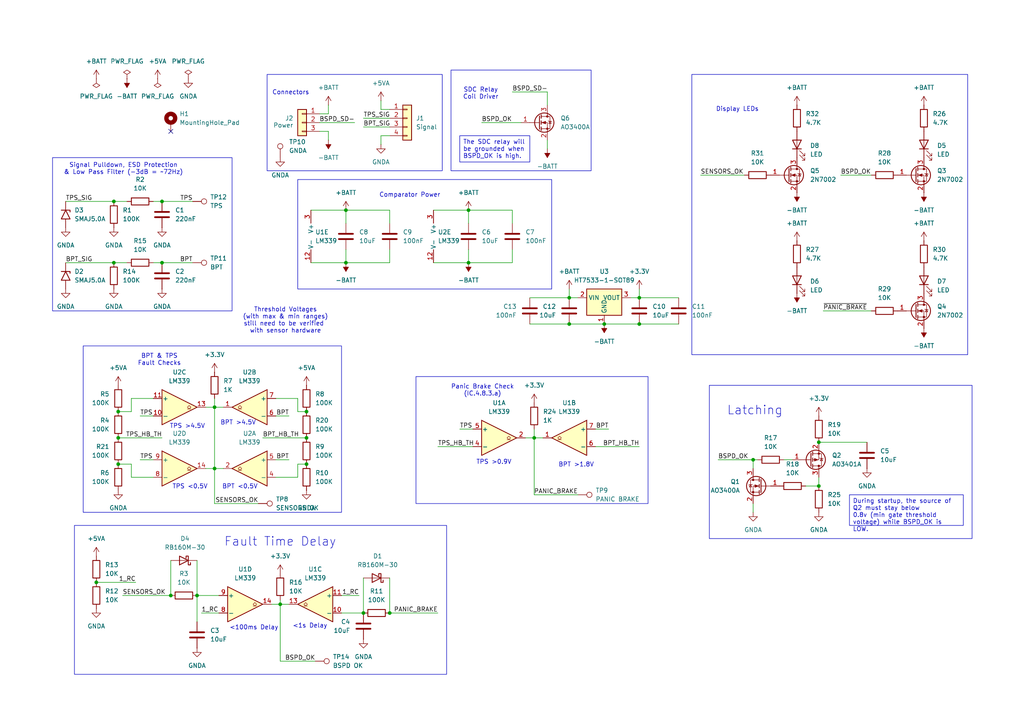
<source format=kicad_sch>
(kicad_sch (version 20231120) (generator "eeschema") (generator_version "8.0")
  (paper "A4")
  (title_block (title "BSPD") (date "2024-10-20") (rev "B") (company "\"Gryphon\" Racing"))
  (junction (at 62.23 135.89))
  (junction (at 237.49 140.97))
  (junction (at 49.53 172.72))
  (junction (at 100.33 60.96))
  (junction (at 81.28 175.26))
  (junction (at 57.15 172.72))
  (junction (at 34.29 134.62))
  (junction (at 88.9 119.38))
  (junction (at 175.26 93.98))
  (junction (at 105.41 177.8))
  (junction (at 100.33 76.2))
  (junction (at 165.1 86.36))
  (junction (at 33.02 58.42))
  (junction (at 165.1 93.98))
  (junction (at 46.99 58.42))
  (junction (at 113.03 177.8))
  (junction (at 185.42 86.36))
  (junction (at 34.29 127))
  (junction (at 154.94 127))
  (junction (at 34.29 119.38))
  (junction (at 88.9 127))
  (junction (at 185.42 93.98))
  (junction (at 62.23 118.11))
  (junction (at 33.02 76.2))
  (junction (at 237.49 128.27))
  (junction (at 218.44 133.35))
  (junction (at 88.9 134.62))
  (junction (at 135.89 76.2))
  (junction (at 135.89 60.96))
  (junction (at 27.94 168.91))
  (junction (at 46.99 76.2))
  (no_connect (at 49.53 38.1))
  (wire (pts (xy 35.56 172.72) (xy 49.53 172.72)))
  (wire (pts (xy 62.23 135.89) (xy 62.23 146.05)))
  (wire (pts (xy 86.36 115.57) (xy 86.36 119.38)))
  (wire (pts (xy 176.53 124.46) (xy 172.72 124.46)))
  (wire (pts (xy 19.05 76.2) (xy 33.02 76.2)))
  (wire (pts (xy 203.2 50.8) (xy 215.9 50.8)))
  (wire (pts (xy 148.59 60.96) (xy 148.59 64.77)))
  (wire (pts (xy 81.28 175.26) (xy 78.74 175.26)))
  (wire (pts (xy 64.77 118.11) (xy 62.23 118.11)))
  (wire (pts (xy 148.59 76.2) (xy 148.59 72.39)))
  (wire (pts (xy 81.28 175.26) (xy 81.28 191.77)))
  (wire (pts (xy 95.25 40.64) (xy 95.25 38.1)))
  (wire (pts (xy 154.94 127) (xy 154.94 143.51)))
  (wire (pts (xy 100.33 60.96) (xy 90.17 60.96)))
  (wire (pts (xy 113.03 60.96) (xy 113.03 64.77)))
  (wire (pts (xy 218.44 133.35) (xy 218.44 135.89)))
  (wire (pts (xy 100.33 76.2) (xy 113.03 76.2)))
  (wire (pts (xy 62.23 118.11) (xy 62.23 135.89)))
  (wire (pts (xy 83.82 120.65) (xy 80.01 120.65)))
  (wire (pts (xy 44.45 58.42) (xy 46.99 58.42)))
  (wire (pts (xy 227.33 133.35) (xy 229.87 133.35)))
  (wire (pts (xy 100.33 76.2) (xy 100.33 72.39)))
  (wire (pts (xy 86.36 134.62) (xy 88.9 134.62)))
  (wire (pts (xy 100.33 60.96) (xy 100.33 64.77)))
  (wire (pts (xy 105.41 167.64) (xy 105.41 177.8)))
  (wire (pts (xy 33.02 76.2) (xy 36.83 76.2)))
  (wire (pts (xy 238.76 90.17) (xy 252.73 90.17)))
  (wire (pts (xy 34.29 127) (xy 46.99 127)))
  (wire (pts (xy 218.44 148.59) (xy 218.44 146.05)))
  (wire (pts (xy 175.26 93.98) (xy 185.42 93.98)))
  (wire (pts (xy 38.1 115.57) (xy 44.45 115.57)))
  (wire (pts (xy 83.82 175.26) (xy 81.28 175.26)))
  (wire (pts (xy 154.94 143.51) (xy 167.64 143.51)))
  (wire (pts (xy 46.99 76.2) (xy 55.88 76.2)))
  (wire (pts (xy 152.4 127) (xy 154.94 127)))
  (wire (pts (xy 92.71 33.02) (xy 95.25 33.02)))
  (wire (pts (xy 34.29 134.62) (xy 38.1 134.62)))
  (wire (pts (xy 127 177.8) (xy 113.03 177.8)))
  (wire (pts (xy 243.84 50.8) (xy 252.73 50.8)))
  (wire (pts (xy 135.89 60.96) (xy 135.89 64.77)))
  (wire (pts (xy 153.67 86.36) (xy 165.1 86.36)))
  (wire (pts (xy 137.16 124.46) (xy 133.35 124.46)))
  (wire (pts (xy 113.03 167.64) (xy 113.03 177.8)))
  (wire (pts (xy 135.89 60.96) (xy 125.73 60.96)))
  (wire (pts (xy 105.41 34.29) (xy 113.03 34.29)))
  (wire (pts (xy 219.71 133.35) (xy 218.44 133.35)))
  (wire (pts (xy 137.16 129.54) (xy 127 129.54)))
  (wire (pts (xy 185.42 86.36) (xy 196.85 86.36)))
  (wire (pts (xy 19.05 58.42) (xy 33.02 58.42)))
  (wire (pts (xy 165.1 86.36) (xy 167.64 86.36)))
  (wire (pts (xy 105.41 36.83) (xy 113.03 36.83)))
  (wire (pts (xy 38.1 119.38) (xy 38.1 115.57)))
  (wire (pts (xy 135.89 76.2) (xy 125.73 76.2)))
  (wire (pts (xy 185.42 93.98) (xy 196.85 93.98)))
  (wire (pts (xy 158.75 43.18) (xy 158.75 40.64)))
  (wire (pts (xy 74.93 146.05) (xy 62.23 146.05)))
  (wire (pts (xy 57.15 162.56) (xy 57.15 172.72)))
  (wire (pts (xy 165.1 83.82) (xy 165.1 86.36)))
  (wire (pts (xy 182.88 86.36) (xy 185.42 86.36)))
  (wire (pts (xy 110.49 29.21) (xy 110.49 31.75)))
  (wire (pts (xy 95.25 38.1) (xy 92.71 38.1)))
  (wire (pts (xy 95.25 33.02) (xy 95.25 30.48)))
  (wire (pts (xy 135.89 76.2) (xy 135.89 72.39)))
  (wire (pts (xy 81.28 191.77) (xy 91.44 191.77)))
  (wire (pts (xy 110.49 31.75) (xy 113.03 31.75)))
  (wire (pts (xy 57.15 180.34) (xy 57.15 172.72)))
  (wire (pts (xy 86.36 138.43) (xy 86.36 134.62)))
  (wire (pts (xy 40.64 120.65) (xy 44.45 120.65)))
  (wire (pts (xy 49.53 162.56) (xy 49.53 172.72)))
  (wire (pts (xy 135.89 76.2) (xy 148.59 76.2)))
  (wire (pts (xy 139.7 35.56) (xy 151.13 35.56)))
  (wire (pts (xy 86.36 119.38) (xy 88.9 119.38)))
  (wire (pts (xy 237.49 138.43) (xy 237.49 140.97)))
  (wire (pts (xy 165.1 93.98) (xy 175.26 93.98)))
  (wire (pts (xy 58.42 177.8) (xy 63.5 177.8)))
  (wire (pts (xy 59.69 135.89) (xy 62.23 135.89)))
  (wire (pts (xy 148.59 26.67) (xy 158.75 26.67)))
  (wire (pts (xy 154.94 127) (xy 154.94 124.46)))
  (wire (pts (xy 102.87 35.56) (xy 92.71 35.56)))
  (wire (pts (xy 46.99 58.42) (xy 55.88 58.42)))
  (wire (pts (xy 105.41 177.8) (xy 99.06 177.8)))
  (wire (pts (xy 39.37 168.91) (xy 27.94 168.91)))
  (wire (pts (xy 110.49 41.91) (xy 110.49 39.37)))
  (wire (pts (xy 113.03 76.2) (xy 113.03 72.39)))
  (wire (pts (xy 88.9 127) (xy 76.2 127)))
  (wire (pts (xy 100.33 60.96) (xy 113.03 60.96)))
  (wire (pts (xy 110.49 39.37) (xy 113.03 39.37)))
  (wire (pts (xy 172.72 129.54) (xy 185.42 129.54)))
  (wire (pts (xy 57.15 172.72) (xy 63.5 172.72)))
  (wire (pts (xy 59.69 118.11) (xy 62.23 118.11)))
  (wire (pts (xy 100.33 76.2) (xy 90.17 76.2)))
  (wire (pts (xy 62.23 115.57) (xy 62.23 118.11)))
  (wire (pts (xy 154.94 127) (xy 157.48 127)))
  (wire (pts (xy 44.45 76.2) (xy 46.99 76.2)))
  (wire (pts (xy 81.28 175.26) (xy 81.28 173.99)))
  (wire (pts (xy 158.75 26.67) (xy 158.75 30.48)))
  (wire (pts (xy 38.1 134.62) (xy 38.1 138.43)))
  (wire (pts (xy 208.28 133.35) (xy 218.44 133.35)))
  (wire (pts (xy 64.77 135.89) (xy 62.23 135.89)))
  (wire (pts (xy 153.67 93.98) (xy 165.1 93.98)))
  (wire (pts (xy 44.45 133.35) (xy 40.64 133.35)))
  (wire (pts (xy 80.01 133.35) (xy 83.82 133.35)))
  (wire (pts (xy 80.01 115.57) (xy 86.36 115.57)))
  (wire (pts (xy 38.1 138.43) (xy 44.45 138.43)))
  (wire (pts (xy 237.49 128.27) (xy 251.46 128.27)))
  (wire (pts (xy 80.01 138.43) (xy 86.36 138.43)))
  (wire (pts (xy 135.89 60.96) (xy 148.59 60.96)))
  (wire (pts (xy 33.02 58.42) (xy 36.83 58.42)))
  (wire (pts (xy 104.14 172.72) (xy 99.06 172.72)))
  (wire (pts (xy 237.49 140.97) (xy 233.68 140.97)))
  (wire (pts (xy 185.42 86.36) (xy 185.42 83.82)))
  (wire (pts (xy 38.1 119.38) (xy 34.29 119.38)))
  (rectangle (start 200.66 21.59) (end 280.67 102.87))
  (rectangle (start 21.59 152.4) (end 129.54 195.58))
  (rectangle (start 77.47 21.59) (end 128.27 49.53))
  (rectangle (start 120.65 109.22) (end 187.96 146.05))
  (rectangle (start 15.24 45.72) (end 67.31 90.17))
  (rectangle (start 24.13 100.33) (end 99.06 148.59))
  (rectangle (start 86.36 52.07) (end 160.02 83.82))
  (rectangle (start 130.81 20.32) (end 171.45 49.53))
  (rectangle (start 205.74 111.76) (end 281.94 156.21))
  (text_box "During startup, the source of Q2 must stay below \n0.8v (min gate threshold voltage) while BSPD_OK is LOW.  " (at 246.38 143.51 0) (size 33.02 8.89) (effects (font (size 1.27 1.27)) (justify left top)))
  (text_box "The SDC relay will\nbe grounded when \nBSPD_OK is high." (at 133.35 39.37 0) (size 20.32 7.62) (effects (font (size 1.27 1.27)) (justify left top)))
  (text "Signal Pulldown, ESD Protection\n& Low Pass Filter (-3dB = ~72Hz)" (at 35.814 49.022 0) (effects (font (size 1.27 1.27))))
  (text "BPT <0.5V" (at 69.596 141.224 0) (effects (font (size 1.27 1.27))))
  (text "<100ms Delay" (at 73.66 182.118 0) (effects (font (size 1.27 1.27))))
  (text "Panic Brake Check\n(IC.4.8.3.a)" (at 139.954 113.284 0) (effects (font (size 1.27 1.27))))
  (text "Connectors" (at 84.328 26.924 0) (effects (font (size 1.27 1.27))))
  (text "BPT >1.8V" (at 167.132 134.874 0) (effects (font (size 1.27 1.27))))
  (text "Display LEDs" (at 213.868 31.75 0) (effects (font (size 1.27 1.27))))
  (text "Latching" (at 218.948 119.126 0) (effects (font (size 2.54 2.54))))
  (text "Fault Time Delay" (at 81.28 157.226 0) (effects (font (size 2.54 2.54))))
  (text "TPS >0.9V" (at 143.256 134.112 0) (effects (font (size 1.27 1.27))))
  (text "BPT & TPS\nFault Checks" (at 46.228 104.394 0) (effects (font (size 1.27 1.27))))
  (text "SDC Relay\nCoil Driver" (at 139.446 27.178 0) (effects (font (size 1.27 1.27))))
  (text "Threshold Voltages\n(with max & min ranges)\nstill need to be verified \nwith sensor hardware" (at 82.804 92.964 0) (effects (font (size 1.27 1.27))))
  (text "BPT >4.5V" (at 69.088 122.682 0) (effects (font (size 1.27 1.27))))
  (text "TPS <0.5V" (at 55.118 141.224 0) (effects (font (size 1.27 1.27))))
  (text "TPS >4.5V" (at 54.356 123.698 0) (effects (font (size 1.27 1.27))))
  (text "<1s Delay" (at 89.916 181.61 0) (effects (font (size 1.27 1.27))))
  (text "Comparator Power" (at 118.872 56.642 0) (effects (font (size 1.27 1.27))))
  (label "BSPD_OK" (at 91.44 191.77 180))
  (label "SENSORS_OK" (at 203.2 50.8 0))
  (label "SENSORS_OK" (at 74.93 146.05 180))
  (label "BPT_HB_TH" (at 76.2 127 0))
  (label "TPS" (at 133.35 124.46 0))
  (label "BPT" (at 55.88 76.2 180))
  (label "1_RC" (at 39.37 168.91 180))
  (label "TPS" (at 55.88 58.42 180))
  (label "TPS_SIG" (at 19.05 58.42 0))
  (label "BPT_HB_TH" (at 185.42 129.54 180))
  (label "1_RC" (at 58.42 177.8 0))
  (label "PANIC_BRAKE" (at 167.64 143.51 180))
  (label "BPT_SIG" (at 19.05 76.2 0))
  (label "PANIC_BRAKE" (at 127 177.8 180))
  (label "BSPD_OK" (at 139.7 35.56 0))
  (label "BSPD_OK" (at 208.28 133.35 0))
  (label "BPT_SIG" (at 105.41 36.83 0))
  (label "TPS" (at 40.64 120.65 0))
  (label "SENSORS_OK" (at 35.56 172.72 0))
  (label "1_RC" (at 104.14 172.72 180))
  (label "BSPD_OK" (at 243.84 50.8 0))
  (label "TPS_HB_TH" (at 46.99 127 180))
  (label "BPT" (at 83.82 120.65 180))
  (label "BPT" (at 83.82 133.35 180))
  (label "TPS" (at 40.64 133.35 0))
  (label "BSPD_SD-" (at 148.59 26.67 0))
  (label "~{PANIC_BRAKE}" (at 238.76 90.17 0))
  (label "TPS_SIG" (at 105.41 34.29 0))
  (label "BPT" (at 176.53 124.46 180))
  (label "TPS_HB_TH" (at 127 129.54 0))
  (label "BSPD_SD-" (at 102.87 35.56 180))
  (symbol (lib_id "Device:R") (at 231.14 73.66 180) (unit 1)
    (property "Reference" "R27" (at 233.68 72.3899 0) (effects (justify right)))
    (property "Value" "4.7K" (at 233.68 74.9299 0) (effects (justify right)))
    (property "Footprint" "Resistor_SMD:R_0603_1608Metric" (effects (hide yes)))
    (property "Description" "Resistor" (effects (hide yes)))
  )
  (symbol (lib_id "Transistor_FET:AO3401A") (at 234.95 133.35 0) (mirror x) (unit 1)
    (property "Reference" "Q2" (at 241.3 132.0799 0) (effects (justify left)))
    (property "Value" "AO3401A" (at 241.3 134.6199 0) (effects (justify left)))
    (property "Footprint" "Package_TO_SOT_SMD:SOT-23" (effects (hide yes)))
    (property "Datasheet" "http://www.aosmd.com/pdfs/datasheet/AO3401A.pdf" (effects (hide yes)))
    (property "Description" "-4.0A Id, -30V Vds, P-Channel MOSFET, SOT-23" (effects (hide yes)))
  )
  (symbol (lib_id "Device:R") (at 34.29 130.81 0) (mirror y) (unit 1)
    (property "Reference" "R21" (at 31.75 129.5399 0) (effects (justify left)))
    (property "Value" "100K" (at 31.75 132.0799 0) (effects (justify left)))
    (property "Footprint" "Resistor_SMD:R_0603_1608Metric" (effects (hide yes)))
    (property "Description" "Resistor" (effects (hide yes)))
  )
  (symbol (lib_id "Device:R") (at 267.97 34.29 180) (unit 1)
    (property "Reference" "R26" (at 270.51 33.0199 0) (effects (justify right)))
    (property "Value" "4.7K" (at 270.51 35.5599 0) (effects (justify right)))
    (property "Footprint" "Resistor_SMD:R_0603_1608Metric" (effects (hide yes)))
    (property "Description" "Resistor" (effects (hide yes)))
  )
  (symbol (lib_id "power:+BATT") (at 27.94 22.86 0) (unit 1)
    (property "Reference" "#PWR037" (effects (hide yes)))
    (property "Value" "+BATT" (at 27.94 17.78 0))
    (property "Description" "Power symbol creates a global label with name \"+BATT\"" (effects (hide yes)))
  )
  (symbol (lib_id "Device:C") (at 185.42 90.17 0) (unit 1)
    (property "Reference" "C10" (at 189.23 88.8999 0) (effects (justify left)))
    (property "Value" "10uF" (at 189.23 91.4399 0) (effects (justify left)))
    (property "Footprint" "Capacitor_SMD:C_0603_1608Metric" (effects (hide yes)))
    (property "Description" "Unpolarized capacitor" (effects (hide yes)))
  )
  (symbol (lib_id "Comparator:LM339") (at 165.1 127 0) (mirror y) (unit 2)
    (property "Reference" "U1" (at 165.1 116.84 0))
    (property "Value" "LM339" (at 165.1 119.38 0))
    (property "Footprint" "Package_SO:SOIC-14_3.9x8.7mm_P1.27mm" (effects (hide yes)))
    (property "Datasheet" "https://www.st.com/resource/en/datasheet/lm139.pdf" (effects (hide yes)))
    (property "Description" "Quad Differential Comparators, SOIC-14/TSSOP-14" (effects (hide yes)))
  )
  (symbol (lib_id "Connector:TestPoint") (at 55.88 58.42 270) (unit 1)
    (property "Reference" "TP12" (at 60.96 57.1499 90) (effects (justify left)))
    (property "Value" "TPS" (at 60.96 59.6899 90) (effects (justify left)))
    (property "Footprint" "TestPoint:TestPoint_Keystone_5005-5009_Compact" (effects (hide yes)))
    (property "Description" "test point" (effects (hide yes)))
  )
  (symbol (lib_id "power:+3.3V") (at 81.28 166.37 0) (unit 1)
    (property "Reference" "#PWR023" (effects (hide yes)))
    (property "Value" "+3.3V" (at 81.28 161.29 0))
    (property "Description" "Power symbol creates a global label with name \"+3.3V\"" (effects (hide yes)))
  )
  (symbol (lib_id "Device:R") (at 219.71 50.8 90) (unit 1)
    (property "Reference" "R31" (at 219.71 44.45 90))
    (property "Value" "10K" (at 219.71 46.99 90))
    (property "Footprint" "Resistor_SMD:R_0603_1608Metric" (effects (hide yes)))
    (property "Description" "Resistor" (effects (hide yes)))
  )
  (symbol (lib_id "Connector_Generic:Conn_01x04") (at 118.11 34.29 0) (unit 1)
    (property "Reference" "J1" (at 120.65 34.2899 0) (effects (justify left)))
    (property "Value" "Signal" (at 120.65 36.8299 0) (effects (justify left)))
    (property "Footprint" "Connector_PinHeader_2.54mm:PinHeader_1x04_P2.54mm_Vertical" (effects (hide yes)))
    (property "Description" "Generic connector, single row, 01x04, script generated (kicad-library-utils/schlib/autogen/connector/)" (effects (hide yes)))
  )
  (symbol (lib_id "power:GNDA") (at 81.28 45.72 0) (unit 1)
    (property "Reference" "#PWR049" (effects (hide yes)))
    (property "Value" "GNDA" (at 81.28 50.8 0))
    (property "Description" "Power symbol creates a global label with name \"GNDA\" , analog ground" (effects (hide yes)))
  )
  (symbol (lib_id "Device:R") (at 62.23 111.76 180) (unit 1)
    (property "Reference" "R7" (at 64.77 110.4899 0) (effects (justify right)))
    (property "Value" "1K" (at 64.77 113.0299 0) (effects (justify right)))
    (property "Footprint" "Resistor_SMD:R_0603_1608Metric" (effects (hide yes)))
    (property "Description" "Resistor" (effects (hide yes)))
  )
  (symbol (lib_id "Connector:TestPoint") (at 74.93 146.05 270) (unit 1)
    (property "Reference" "TP8" (at 80.01 144.7799 90) (effects (justify left)))
    (property "Value" "SENSORS OK" (at 80.01 147.3199 90) (effects (justify left)))
    (property "Footprint" "TestPoint:TestPoint_Keystone_5005-5009_Compact" (effects (hide yes)))
    (property "Description" "test point" (effects (hide yes)))
  )
  (symbol (lib_id "power:GNDA") (at 19.05 83.82 0) (unit 1)
    (property "Reference" "#PWR050" (effects (hide yes)))
    (property "Value" "GNDA" (at 19.05 88.9 0))
    (property "Description" "Power symbol creates a global label with name \"GNDA\" , analog ground" (effects (hide yes)))
  )
  (symbol (lib_id "power:+3.3V") (at 62.23 107.95 0) (unit 1)
    (property "Reference" "#PWR017" (effects (hide yes)))
    (property "Value" "+3.3V" (at 62.23 102.87 0))
    (property "Description" "Power symbol creates a global label with name \"+3.3V\"" (effects (hide yes)))
  )
  (symbol (lib_id "Device:R") (at 40.64 58.42 90) (unit 1)
    (property "Reference" "R2" (at 40.64 52.07 90))
    (property "Value" "10K" (at 40.64 54.61 90))
    (property "Footprint" "Resistor_SMD:R_0603_1608Metric" (effects (hide yes)))
    (property "Description" "Resistor" (effects (hide yes)))
  )
  (symbol (lib_id "Diode:SMAJ5.0A") (at 19.05 80.01 270) (unit 1)
    (property "Reference" "D2" (at 21.59 78.7399 90) (effects (justify left)))
    (property "Value" "SMAJ5.0A" (at 21.59 81.2799 90) (effects (justify left)))
    (property "Footprint" "Diode_SMD:D_SMA" (effects (hide yes)))
    (property "Datasheet" "https://www.littelfuse.com/media?resourcetype=datasheets&itemid=75e32973-b177-4ee3-a0ff-cedaf1abdb93&filename=smaj-datasheet" (effects (hide yes)))
    (property "Description" "400W unidirectional Transient Voltage Suppressor, 5.0Vr, SMA(DO-214AC)" (effects (hide yes)))
  )
  (symbol (lib_id "Device:R") (at 34.29 123.19 0) (mirror y) (unit 1)
    (property "Reference" "R4" (at 31.75 121.9199 0) (effects (justify left)))
    (property "Value" "100K" (at 31.75 124.4599 0) (effects (justify left)))
    (property "Footprint" "Resistor_SMD:R_0603_1608Metric" (effects (hide yes)))
    (property "Description" "Resistor" (effects (hide yes)))
  )
  (symbol (lib_id "power:GNDA") (at 27.94 176.53 0) (unit 1)
    (property "Reference" "#PWR03" (effects (hide yes)))
    (property "Value" "GNDA" (at 27.94 181.61 0))
    (property "Description" "Power symbol creates a global label with name \"GNDA\" , analog ground" (effects (hide yes)))
  )
  (symbol (lib_id "power:PWR_FLAG") (at 36.83 22.86 0) (mirror y) (unit 1)
    (property "Reference" "#FLG04" (effects (hide yes)))
    (property "Value" "PWR_FLAG" (at 36.83 17.78 0))
    (property "Description" "Special symbol for telling ERC where power comes from" (effects (hide yes)))
  )
  (symbol (lib_id "Transistor_FET:AO3400A") (at 156.21 35.56 0) (unit 1)
    (property "Reference" "Q6" (at 162.56 34.2899 0) (effects (justify left)))
    (property "Value" "AO3400A" (at 162.56 36.8299 0) (effects (justify left)))
    (property "Footprint" "Package_TO_SOT_SMD:SOT-23" (effects (hide yes)))
    (property "Datasheet" "http://www.aosmd.com/pdfs/datasheet/AO3400A.pdf" (effects (hide yes)))
    (property "Description" "30V Vds, 5.7A Id, N-Channel MOSFET, SOT-23" (effects (hide yes)))
  )
  (symbol (lib_id "power:PWR_FLAG") (at 45.72 22.86 0) (mirror x) (unit 1)
    (property "Reference" "#FLG02" (effects (hide yes)))
    (property "Value" "PWR_FLAG" (at 45.72 27.94 0))
    (property "Description" "Special symbol for telling ERC where power comes from" (effects (hide yes)))
  )
  (symbol (lib_id "power:+3.3V") (at 237.49 120.65 0) (unit 1)
    (property "Reference" "#PWR028" (effects (hide yes)))
    (property "Value" "+3.3V" (at 237.49 115.57 0))
    (property "Description" "Power symbol creates a global label with name \"+3.3V\"" (effects (hide yes)))
  )
  (symbol (lib_id "Device:R") (at 88.9 138.43 0) (unit 1)
    (property "Reference" "R10" (at 91.44 137.1599 0) (effects (justify left)))
    (property "Value" "100K" (at 91.44 139.6999 0) (effects (justify left)))
    (property "Footprint" "Resistor_SMD:R_0603_1608Metric" (effects (hide yes)))
    (property "Description" "Resistor" (effects (hide yes)))
  )
  (symbol (lib_id "Device:C") (at 105.41 181.61 0) (mirror y) (unit 1)
    (property "Reference" "C4" (at 101.6 180.3399 0) (effects (justify left)))
    (property "Value" "10uF" (at 101.6 182.8799 0) (effects (justify left)))
    (property "Footprint" "Capacitor_SMD:C_0603_1608Metric" (effects (hide yes)))
    (property "Description" "Unpolarized capacitor" (effects (hide yes)))
  )
  (symbol (lib_id "Device:R") (at 237.49 124.46 180) (unit 1)
    (property "Reference" "R19" (at 240.03 123.1899 0) (effects (justify right)))
    (property "Value" "10K" (at 240.03 125.7299 0) (effects (justify right)))
    (property "Footprint" "Resistor_SMD:R_0603_1608Metric" (effects (hide yes)))
    (property "Description" "Resistor" (effects (hide yes)))
  )
  (symbol (lib_id "Device:R") (at 229.87 140.97 90) (unit 1)
    (property "Reference" "R18" (at 229.87 134.62 90))
    (property "Value" "10K" (at 229.87 137.16 90))
    (property "Footprint" "Resistor_SMD:R_0603_1608Metric" (effects (hide yes)))
    (property "Description" "Resistor" (effects (hide yes)))
  )
  (symbol (lib_id "power:GNDA") (at 251.46 135.89 0) (unit 1)
    (property "Reference" "#PWR035" (effects (hide yes)))
    (property "Value" "GNDA" (at 251.46 140.97 0))
    (property "Description" "Power symbol creates a global label with name \"GNDA\" , analog ground" (effects (hide yes)))
  )
  (symbol (lib_id "Device:C") (at 165.1 90.17 0) (mirror y) (unit 1)
    (property "Reference" "C12" (at 161.29 88.8999 0) (effects (justify left)))
    (property "Value" "10uF" (at 161.29 91.4399 0) (effects (justify left)))
    (property "Footprint" "Capacitor_SMD:C_0603_1608Metric" (effects (hide yes)))
    (property "Description" "Unpolarized capacitor" (effects (hide yes)))
  )
  (symbol (lib_id "power:+5VA") (at 45.72 22.86 0) (mirror y) (unit 1)
    (property "Reference" "#PWR046" (effects (hide yes)))
    (property "Value" "+5VA" (at 45.72 17.78 0))
    (property "Description" "Power symbol creates a global label with name \"+5VA\"" (effects (hide yes)))
  )
  (symbol (lib_id "power:+BATT") (at 165.1 83.82 0) (unit 1)
    (property "Reference" "#PWR016" (effects (hide yes)))
    (property "Value" "+BATT" (at 165.1 78.74 0))
    (property "Description" "Power symbol creates a global label with name \"+BATT\"" (effects (hide yes)))
  )
  (symbol (lib_id "Comparator:LM339") (at 92.71 68.58 0) (unit 5)
    (property "Reference" "U1" (at 91.44 67.3099 0) (effects (justify left)))
    (property "Value" "LM339" (at 91.44 69.8499 0) (effects (justify left)))
    (property "Footprint" "Package_SO:SOIC-14_3.9x8.7mm_P1.27mm" (effects (hide yes)))
    (property "Datasheet" "https://www.st.com/resource/en/datasheet/lm139.pdf" (effects (hide yes)))
    (property "Description" "Quad Differential Comparators, SOIC-14/TSSOP-14" (effects (hide yes)))
  )
  (symbol (lib_id "Comparator:LM339") (at 144.78 127 0) (unit 1)
    (property "Reference" "U1" (at 144.78 116.84 0))
    (property "Value" "LM339" (at 144.78 119.38 0))
    (property "Footprint" "Package_SO:SOIC-14_3.9x8.7mm_P1.27mm" (effects (hide yes)))
    (property "Datasheet" "https://www.st.com/resource/en/datasheet/lm139.pdf" (effects (hide yes)))
    (property "Description" "Quad Differential Comparators, SOIC-14/TSSOP-14" (effects (hide yes)))
  )
  (symbol (lib_id "Device:R") (at 27.94 172.72 180) (unit 1)
    (property "Reference" "R12" (at 30.48 171.4499 0) (effects (justify right)))
    (property "Value" "10K" (at 30.48 173.9899 0) (effects (justify right)))
    (property "Footprint" "Resistor_SMD:R_0603_1608Metric" (effects (hide yes)))
    (property "Description" "Resistor" (effects (hide yes)))
  )
  (symbol (lib_id "Device:LED") (at 231.14 81.28 90) (unit 1)
    (property "Reference" "D6" (at 234.95 81.5974 90) (effects (justify right)))
    (property "Value" "LED" (at 234.95 84.1374 90) (effects (justify right)))
    (property "Footprint" "LED_SMD:LED_0603_1608Metric" (effects (hide yes)))
    (property "Description" "Light emitting diode" (effects (hide yes)))
  )
  (symbol (lib_id "power:+BATT") (at 135.89 60.96 0) (unit 1)
    (property "Reference" "#PWR036" (effects (hide yes)))
    (property "Value" "+BATT" (at 135.89 55.88 0))
    (property "Description" "Power symbol creates a global label with name \"+BATT\"" (effects (hide yes)))
  )
  (symbol (lib_id "Device:R") (at 34.29 138.43 0) (mirror y) (unit 1)
    (property "Reference" "R6" (at 31.75 137.1599 0) (effects (justify left)))
    (property "Value" "100K" (at 31.75 139.6999 0) (effects (justify left)))
    (property "Footprint" "Resistor_SMD:R_0603_1608Metric" (effects (hide yes)))
    (property "Description" "Resistor" (effects (hide yes)))
  )
  (symbol (lib_id "Device:R") (at 231.14 34.29 180) (unit 1)
    (property "Reference" "R32" (at 233.68 33.0199 0) (effects (justify right)))
    (property "Value" "4.7K" (at 233.68 35.5599 0) (effects (justify right)))
    (property "Footprint" "Resistor_SMD:R_0603_1608Metric" (effects (hide yes)))
    (property "Description" "Resistor" (effects (hide yes)))
  )
  (symbol (lib_id "Device:R") (at 237.49 144.78 180) (unit 1)
    (property "Reference" "R25" (at 240.03 143.5099 0) (effects (justify right)))
    (property "Value" "10K" (at 240.03 146.0499 0) (effects (justify right)))
    (property "Footprint" "Resistor_SMD:R_0603_1608Metric" (effects (hide yes)))
    (property "Description" "Resistor" (effects (hide yes)))
  )
  (symbol (lib_id "power:GNDA") (at 105.41 185.42 0) (mirror y) (unit 1)
    (property "Reference" "#PWR022" (effects (hide yes)))
    (property "Value" "GNDA" (at 105.41 190.5 0))
    (property "Description" "Power symbol creates a global label with name \"GNDA\" , analog ground" (effects (hide yes)))
  )
  (symbol (lib_id "Device:R") (at 33.02 62.23 0) (unit 1)
    (property "Reference" "R1" (at 35.56 60.9599 0) (effects (justify left)))
    (property "Value" "100K" (at 35.56 63.4999 0) (effects (justify left)))
    (property "Footprint" "Resistor_SMD:R_0603_1608Metric" (effects (hide yes)))
    (property "Description" "Resistor" (effects (hide yes)))
  )
  (symbol (lib_id "power:GNDA") (at 34.29 142.24 0) (mirror y) (unit 1)
    (property "Reference" "#PWR01" (effects (hide yes)))
    (property "Value" "GNDA" (at 34.29 147.32 0))
    (property "Description" "Power symbol creates a global label with name \"GNDA\" , analog ground" (effects (hide yes)))
  )
  (symbol (lib_id "Device:C") (at 46.99 80.01 0) (unit 1)
    (property "Reference" "C2" (at 50.8 78.7399 0) (effects (justify left)))
    (property "Value" "220nF" (at 50.8 81.2799 0) (effects (justify left)))
    (property "Footprint" "Capacitor_SMD:C_0603_1608Metric" (effects (hide yes)))
    (property "Description" "Unpolarized capacitor" (effects (hide yes)))
  )
  (symbol (lib_id "Device:D_Schottky") (at 53.34 162.56 180) (unit 1)
    (property "Reference" "D4" (at 53.6575 156.21 0))
    (property "Value" "RB160M-30" (at 53.6575 158.75 0))
    (property "Footprint" "Diode_SMD:D_SOD-123" (effects (hide yes)))
    (property "Description" "Schottky diode" (effects (hide yes)))
  )
  (symbol (lib_id "Diode:SMAJ5.0A") (at 19.05 62.23 270) (unit 1)
    (property "Reference" "D3" (at 21.59 60.9599 90) (effects (justify left)))
    (property "Value" "SMAJ5.0A" (at 21.59 63.4999 90) (effects (justify left)))
    (property "Footprint" "Diode_SMD:D_SMA" (effects (hide yes)))
    (property "Datasheet" "https://www.littelfuse.com/media?resourcetype=datasheets&itemid=75e32973-b177-4ee3-a0ff-cedaf1abdb93&filename=smaj-datasheet" (effects (hide yes)))
    (property "Description" "400W unidirectional Transient Voltage Suppressor, 5.0Vr, SMA(DO-214AC)" (effects (hide yes)))
  )
  (symbol (lib_id "Device:C") (at 46.99 62.23 0) (unit 1)
    (property "Reference" "C1" (at 50.8 60.9599 0) (effects (justify left)))
    (property "Value" "220nF" (at 50.8 63.4999 0) (effects (justify left)))
    (property "Footprint" "Capacitor_SMD:C_0603_1608Metric" (effects (hide yes)))
    (property "Description" "Unpolarized capacitor" (effects (hide yes)))
  )
  (symbol (lib_id "Device:C") (at 100.33 68.58 0) (unit 1)
    (property "Reference" "C8" (at 104.14 67.3099 0) (effects (justify left)))
    (property "Value" "10uF" (at 104.14 69.8499 0) (effects (justify left)))
    (property "Footprint" "Capacitor_SMD:C_0603_1608Metric" (effects (hide yes)))
    (property "Description" "Unpolarized capacitor" (effects (hide yes)))
  )
  (symbol (lib_id "Device:D_Schottky") (at 109.22 167.64 180) (unit 1)
    (property "Reference" "D1" (at 109.5375 161.29 0))
    (property "Value" "RB160M-30" (at 109.5375 163.83 0))
    (property "Footprint" "Diode_SMD:D_SOD-123" (effects (hide yes)))
    (property "Description" "Schottky diode" (effects (hide yes)))
  )
  (symbol (lib_id "Comparator:LM339") (at 71.12 175.26 0) (unit 4)
    (property "Reference" "U1" (at 71.12 165.1 0))
    (property "Value" "LM339" (at 71.12 167.64 0))
    (property "Footprint" "Package_SO:SOIC-14_3.9x8.7mm_P1.27mm" (effects (hide yes)))
    (property "Datasheet" "https://www.st.com/resource/en/datasheet/lm139.pdf" (effects (hide yes)))
    (property "Description" "Quad Differential Comparators, SOIC-14/TSSOP-14" (effects (hide yes)))
  )
  (symbol (lib_id "Device:LED") (at 267.97 41.91 90) (unit 1)
    (property "Reference" "D5" (at 271.78 42.2274 90) (effects (justify right)))
    (property "Value" "LED" (at 271.78 44.7674 90) (effects (justify right)))
    (property "Footprint" "LED_SMD:LED_0603_1608Metric" (effects (hide yes)))
    (property "Description" "Light emitting diode" (effects (hide yes)))
  )
  (symbol (lib_id "power:+5VA") (at 88.9 111.76 0) (unit 1)
    (property "Reference" "#PWR010" (effects (hide yes)))
    (property "Value" "+5VA" (at 88.9 106.68 0))
    (property "Description" "Power symbol creates a global label with name \"+5VA\"" (effects (hide yes)))
  )
  (symbol (lib_id "Transistor_FET:2N7002") (at 228.6 50.8 0) (unit 1)
    (property "Reference" "Q5" (at 234.95 49.5299 0) (effects (justify left)))
    (property "Value" "2N7002" (at 234.95 52.0699 0) (effects (justify left)))
    (property "Footprint" "Package_TO_SOT_SMD:SOT-23" (effects (hide yes)))
    (property "Datasheet" "https://www.onsemi.com/pub/Collateral/NDS7002A-D.PDF" (effects (hide yes)))
    (property "Description" "0.115A Id, 60V Vds, N-Channel MOSFET, SOT-23" (effects (hide yes)))
  )
  (symbol (lib_id "power:+5VA") (at 34.29 111.76 0) (mirror y) (unit 1)
    (property "Reference" "#PWR02" (effects (hide yes)))
    (property "Value" "+5VA" (at 34.29 106.68 0))
    (property "Description" "Power symbol creates a global label with name \"+5VA\"" (effects (hide yes)))
  )
  (symbol (lib_id "power:GNDA") (at 33.02 83.82 0) (unit 1)
    (property "Reference" "#PWR026" (effects (hide yes)))
    (property "Value" "GNDA" (at 33.02 88.9 0))
    (property "Description" "Power symbol creates a global label with name \"GNDA\" , analog ground" (effects (hide yes)))
  )
  (symbol (lib_id "power:-BATT") (at 231.14 55.88 180) (unit 1)
    (property "Reference" "#PWR045" (effects (hide yes)))
    (property "Value" "-BATT" (at 231.14 60.96 0))
    (property "Description" "Power symbol creates a global label with name \"-BATT\"" (effects (hide yes)))
  )
  (symbol (lib_id "power:+3.3V") (at 154.94 116.84 0) (unit 1)
    (property "Reference" "#PWR019" (effects (hide yes)))
    (property "Value" "+3.3V" (at 154.94 111.76 0))
    (property "Description" "Power symbol creates a global label with name \"+3.3V\"" (effects (hide yes)))
  )
  (symbol (lib_id "Transistor_FET:AO3400A") (at 220.98 140.97 0) (mirror y) (unit 1)
    (property "Reference" "Q1" (at 214.63 139.6999 0) (effects (justify left)))
    (property "Value" "AO3400A" (at 214.63 142.2399 0) (effects (justify left)))
    (property "Footprint" "Package_TO_SOT_SMD:SOT-23" (effects (hide yes)))
    (property "Datasheet" "http://www.aosmd.com/pdfs/datasheet/AO3400A.pdf" (effects (hide yes)))
    (property "Description" "30V Vds, 5.7A Id, N-Channel MOSFET, SOT-23" (effects (hide yes)))
  )
  (symbol (lib_id "power:GNDA") (at 218.44 148.59 0) (unit 1)
    (property "Reference" "#PWR024" (effects (hide yes)))
    (property "Value" "GNDA" (at 218.44 153.67 0))
    (property "Description" "Power symbol creates a global label with name \"GNDA\" , analog ground" (effects (hide yes)))
  )
  (symbol (lib_id "Device:R") (at 88.9 115.57 0) (unit 1)
    (property "Reference" "R8" (at 91.44 114.2999 0) (effects (justify left)))
    (property "Value" "100K" (at 91.44 116.8399 0) (effects (justify left)))
    (property "Footprint" "Resistor_SMD:R_0603_1608Metric" (effects (hide yes)))
    (property "Description" "Resistor" (effects (hide yes)))
  )
  (symbol (lib_id "power:+BATT") (at 267.97 30.48 0) (unit 1)
    (property "Reference" "#PWR038" (effects (hide yes)))
    (property "Value" "+BATT" (at 267.97 25.4 0))
    (property "Description" "Power symbol creates a global label with name \"+BATT\"" (effects (hide yes)))
  )
  (symbol (lib_id "Device:R") (at 34.29 115.57 0) (mirror y) (unit 1)
    (property "Reference" "R5" (at 31.75 114.2999 0) (effects (justify left)))
    (property "Value" "100K" (at 31.75 116.8399 0) (effects (justify left)))
    (property "Footprint" "Resistor_SMD:R_0603_1608Metric" (effects (hide yes)))
    (property "Description" "Resistor" (effects (hide yes)))
  )
  (symbol (lib_id "power:GNDA") (at 54.61 22.86 0) (unit 1)
    (property "Reference" "#PWR047" (effects (hide yes)))
    (property "Value" "GNDA" (at 54.61 27.94 0))
    (property "Description" "Power symbol creates a global label with name \"GNDA\" , analog ground" (effects (hide yes)))
  )
  (symbol (lib_id "power:+BATT") (at 231.14 30.48 0) (unit 1)
    (property "Reference" "#PWR044" (effects (hide yes)))
    (property "Value" "+BATT" (at 231.14 25.4 0))
    (property "Description" "Power symbol creates a global label with name \"+BATT\"" (effects (hide yes)))
  )
  (symbol (lib_id "power:+BATT") (at 267.97 69.85 0) (unit 1)
    (property "Reference" "#PWR042" (effects (hide yes)))
    (property "Value" "+BATT" (at 267.97 64.77 0))
    (property "Description" "Power symbol creates a global label with name \"+BATT\"" (effects (hide yes)))
  )
  (symbol (lib_id "Device:R") (at 53.34 172.72 90) (unit 1)
    (property "Reference" "R3" (at 53.34 166.37 90))
    (property "Value" "10K" (at 53.34 168.91 90))
    (property "Footprint" "Resistor_SMD:R_0603_1608Metric" (effects (hide yes)))
    (property "Description" "Resistor" (effects (hide yes)))
  )
  (symbol (lib_id "power:GNDA") (at 46.99 83.82 0) (unit 1)
    (property "Reference" "#PWR027" (effects (hide yes)))
    (property "Value" "GNDA" (at 46.99 88.9 0))
    (property "Description" "Power symbol creates a global label with name \"GNDA\" , analog ground" (effects (hide yes)))
  )
  (symbol (lib_id "Device:R") (at 109.22 177.8 270) (mirror x) (unit 1)
    (property "Reference" "R11" (at 109.22 171.45 90))
    (property "Value" "100K" (at 109.22 173.99 90))
    (property "Footprint" "Resistor_SMD:R_0603_1608Metric" (effects (hide yes)))
    (property "Description" "Resistor" (effects (hide yes)))
  )
  (symbol (lib_id "Device:C") (at 57.15 184.15 0) (unit 1)
    (property "Reference" "C3" (at 60.96 182.8799 0) (effects (justify left)))
    (property "Value" "10uF" (at 60.96 185.4199 0) (effects (justify left)))
    (property "Footprint" "Capacitor_SMD:C_0603_1608Metric" (effects (hide yes)))
    (property "Description" "Unpolarized capacitor" (effects (hide yes)))
  )
  (symbol (lib_id "Comparator:LM339") (at 72.39 135.89 0) (mirror y) (unit 1)
    (property "Reference" "U2" (at 72.39 125.73 0))
    (property "Value" "LM339" (at 72.39 128.27 0))
    (property "Footprint" "Package_SO:SOIC-14_3.9x8.7mm_P1.27mm" (effects (hide yes)))
    (property "Datasheet" "https://www.st.com/resource/en/datasheet/lm139.pdf" (effects (hide yes)))
    (property "Description" "Quad Differential Comparators, SOIC-14/TSSOP-14" (effects (hide yes)))
  )
  (symbol (lib_id "Transistor_FET:2N7002") (at 265.43 90.17 0) (unit 1)
    (property "Reference" "Q4" (at 271.78 88.8999 0) (effects (justify left)))
    (property "Value" "2N7002" (at 271.78 91.4399 0) (effects (justify left)))
    (property "Footprint" "Package_TO_SOT_SMD:SOT-23" (effects (hide yes)))
    (property "Datasheet" "https://www.onsemi.com/pub/Collateral/NDS7002A-D.PDF" (effects (hide yes)))
    (property "Description" "0.115A Id, 60V Vds, N-Channel MOSFET, SOT-23" (effects (hide yes)))
  )
  (symbol (lib_id "power:+BATT") (at 231.14 69.85 0) (unit 1)
    (property "Reference" "#PWR040" (effects (hide yes)))
    (property "Value" "+BATT" (at 231.14 64.77 0))
    (property "Description" "Power symbol creates a global label with name \"+BATT\"" (effects (hide yes)))
  )
  (symbol (lib_id "Device:C") (at 153.67 90.17 0) (mirror y) (unit 1)
    (property "Reference" "C13" (at 149.86 88.8999 0) (effects (justify left)))
    (property "Value" "100nF" (at 149.86 91.4399 0) (effects (justify left)))
    (property "Footprint" "Capacitor_SMD:C_0603_1608Metric" (effects (hide yes)))
    (property "Description" "Unpolarized capacitor" (effects (hide yes)))
  )
  (symbol (lib_id "power:-BATT") (at 36.83 22.86 180) (unit 1)
    (property "Reference" "#PWR048" (effects (hide yes)))
    (property "Value" "-BATT" (at 36.83 27.94 0))
    (property "Description" "Power symbol creates a global label with name \"-BATT\"" (effects (hide yes)))
  )
  (symbol (lib_id "power:GNDA") (at 33.02 66.04 0) (unit 1)
    (property "Reference" "#PWR014" (effects (hide yes)))
    (property "Value" "GNDA" (at 33.02 71.12 0))
    (property "Description" "Power symbol creates a global label with name \"GNDA\" , analog ground" (effects (hide yes)))
  )
  (symbol (lib_id "Connector_Generic:Conn_01x03") (at 87.63 35.56 0) (mirror y) (unit 1)
    (property "Reference" "J2" (at 85.09 34.29 0) (effects (justify left)))
    (property "Value" "Power" (at 85.09 36.322 0) (effects (justify left)))
    (property "Footprint" "Connector_PinHeader_2.54mm:PinHeader_1x03_P2.54mm_Vertical" (effects (hide yes)))
    (property "Description" "Generic connector, single row, 01x03, script generated (kicad-library-utils/schlib/autogen/connector/)" (effects (hide yes)))
  )
  (symbol (lib_id "Device:R") (at 40.64 76.2 90) (unit 1)
    (property "Reference" "R15" (at 40.64 69.85 90))
    (property "Value" "10K" (at 40.64 72.39 90))
    (property "Footprint" "Resistor_SMD:R_0603_1608Metric" (effects (hide yes)))
    (property "Description" "Resistor" (effects (hide yes)))
  )
  (symbol (lib_id "Connector:TestPoint") (at 81.28 45.72 0) (unit 1)
    (property "Reference" "TP10" (at 83.82 41.1479 0) (effects (justify left)))
    (property "Value" "GNDA" (at 83.82 43.6879 0) (effects (justify left)))
    (property "Footprint" "TestPoint:TestPoint_Keystone_5005-5009_Compact" (effects (hide yes)))
    (property "Description" "test point" (effects (hide yes)))
  )
  (symbol (lib_id "Connector:TestPoint") (at 55.88 76.2 270) (unit 1)
    (property "Reference" "TP11" (at 60.96 74.9299 90) (effects (justify left)))
    (property "Value" "BPT" (at 60.96 77.4699 90) (effects (justify left)))
    (property "Footprint" "TestPoint:TestPoint_Keystone_5005-5009_Compact" (effects (hide yes)))
    (property "Description" "test point" (effects (hide yes)))
  )
  (symbol (lib_id "power:GNDA") (at 57.15 187.96 0) (unit 1)
    (property "Reference" "#PWR05" (effects (hide yes)))
    (property "Value" "GNDA" (at 57.15 193.04 0))
    (property "Description" "Power symbol creates a global label with name \"GNDA\" , analog ground" (effects (hide yes)))
  )
  (symbol (lib_id "Comparator:LM339") (at 52.07 135.89 0) (unit 4)
    (property "Reference" "U2" (at 52.07 125.73 0))
    (property "Value" "LM339" (at 52.07 128.27 0))
    (property "Footprint" "Package_SO:SOIC-14_3.9x8.7mm_P1.27mm" (effects (hide yes)))
    (property "Datasheet" "https://www.st.com/resource/en/datasheet/lm139.pdf" (effects (hide yes)))
    (property "Description" "Quad Differential Comparators, SOIC-14/TSSOP-14" (effects (hide yes)))
  )
  (symbol (lib_id "power:-BATT") (at 267.97 55.88 180) (unit 1)
    (property "Reference" "#PWR039" (effects (hide yes)))
    (property "Value" "-BATT" (at 267.97 60.96 0))
    (property "Description" "Power symbol creates a global label with name \"-BATT\"" (effects (hide yes)))
  )
  (symbol (lib_id "power:+5VA") (at 27.94 161.29 0) (unit 1)
    (property "Reference" "#PWR04" (effects (hide yes)))
    (property "Value" "+5VA" (at 27.94 156.21 0))
    (property "Description" "Power symbol creates a global label with name \"+5VA\"" (effects (hide yes)))
  )
  (symbol (lib_id "Device:C") (at 196.85 90.17 0) (unit 1)
    (property "Reference" "C11" (at 200.66 88.8999 0) (effects (justify left)))
    (property "Value" "100nF" (at 200.66 91.4399 0) (effects (justify left)))
    (property "Footprint" "Capacitor_SMD:C_0603_1608Metric" (effects (hide yes)))
    (property "Description" "Unpolarized capacitor" (effects (hide yes)))
  )
  (symbol (lib_id "Comparator:LM339") (at 128.27 68.58 0) (unit 5)
    (property "Reference" "U2" (at 127 67.3099 0) (effects (justify left)))
    (property "Value" "LM339" (at 127 69.8499 0) (effects (justify left)))
    (property "Footprint" "Package_SO:SOIC-14_3.9x8.7mm_P1.27mm" (effects (hide yes)))
    (property "Datasheet" "https://www.st.com/resource/en/datasheet/lm139.pdf" (effects (hide yes)))
    (property "Description" "Quad Differential Comparators, SOIC-14/TSSOP-14" (effects (hide yes)))
  )
  (symbol (lib_id "Device:R") (at 27.94 165.1 180) (unit 1)
    (property "Reference" "R13" (at 30.48 163.8299 0) (effects (justify right)))
    (property "Value" "10K" (at 30.48 166.3699 0) (effects (justify right)))
    (property "Footprint" "Resistor_SMD:R_0603_1608Metric" (effects (hide yes)))
    (property "Description" "Resistor" (effects (hide yes)))
  )
  (symbol (lib_id "power:+BATT") (at 100.33 60.96 0) (unit 1)
    (property "Reference" "#PWR020" (effects (hide yes)))
    (property "Value" "+BATT" (at 100.33 55.88 0))
    (property "Description" "Power symbol creates a global label with name \"+BATT\"" (effects (hide yes)))
  )
  (symbol (lib_id "Connector:TestPoint") (at 91.44 191.77 270) (unit 1)
    (property "Reference" "TP14" (at 96.52 190.4999 90) (effects (justify left)))
    (property "Value" "BSPD OK" (at 96.52 193.0399 90) (effects (justify left)))
    (property "Footprint" "TestPoint:TestPoint_Keystone_5005-5009_Compact" (effects (hide yes)))
    (property "Description" "test point" (effects (hide yes)))
  )
  (symbol (lib_id "power:-BATT") (at 100.33 76.2 180) (unit 1)
    (property "Reference" "#PWR021" (effects (hide yes)))
    (property "Value" "-BATT" (at 100.33 81.28 0))
    (property "Description" "Power symbol creates a global label with name \"-BATT\"" (effects (hide yes)))
  )
  (symbol (lib_id "power:-BATT") (at 158.75 43.18 180) (unit 1)
    (property "Reference" "#PWR013" (effects (hide yes)))
    (property "Value" "-BATT" (at 158.75 48.26 0))
    (property "Description" "Power symbol creates a global label with name \"-BATT\"" (effects (hide yes)))
  )
  (symbol (lib_id "power:GNDA") (at 110.49 41.91 0) (unit 1)
    (property "Reference" "#PWR09" (effects (hide yes)))
    (property "Value" "GNDA" (at 110.49 46.99 0))
    (property "Description" "Power symbol creates a global label with name \"GNDA\" , analog ground" (effects (hide yes)))
  )
  (symbol (lib_id "power:PWR_FLAG") (at 27.94 22.86 0) (mirror x) (unit 1)
    (property "Reference" "#FLG01" (effects (hide yes)))
    (property "Value" "PWR_FLAG" (at 27.94 27.94 0))
    (property "Description" "Special symbol for telling ERC where power comes from" (effects (hide yes)))
  )
  (symbol (lib_id "Device:R") (at 267.97 73.66 180) (unit 1)
    (property "Reference" "R30" (at 270.51 72.3899 0) (effects (justify right)))
    (property "Value" "4.7K" (at 270.51 74.9299 0) (effects (justify right)))
    (property "Footprint" "Resistor_SMD:R_0603_1608Metric" (effects (hide yes)))
    (property "Description" "Resistor" (effects (hide yes)))
  )
  (symbol (lib_id "Device:R") (at 223.52 133.35 90) (unit 1)
    (property "Reference" "R17" (at 223.52 127 90))
    (property "Value" "10K" (at 223.52 129.54 90))
    (property "Footprint" "Resistor_SMD:R_0603_1608Metric" (effects (hide yes)))
    (property "Description" "Resistor" (effects (hide yes)))
  )
  (symbol (lib_id "Mechanical:MountingHole_Pad") (at 49.53 35.56 0) (unit 1) (exclude_from_sim yes) (in_bom no)
    (property "Reference" "H1" (at 52.07 33.0199 0) (effects (justify left)))
    (property "Value" "MountingHole_Pad" (at 52.07 35.5599 0) (effects (justify left)))
    (property "Footprint" "MountingHole:MountingHole_3.2mm_M3_DIN965_Pad" (effects (hide yes)))
    (property "Description" "Mounting Hole with connection" (effects (hide yes)))
  )
  (symbol (lib_id "Device:R") (at 256.54 90.17 90) (unit 1)
    (property "Reference" "R29" (at 256.54 83.82 90))
    (property "Value" "10K" (at 256.54 86.36 90))
    (property "Footprint" "Resistor_SMD:R_0603_1608Metric" (effects (hide yes)))
    (property "Description" "Resistor" (effects (hide yes)))
  )
  (symbol (lib_id "power:GNDA") (at 88.9 142.24 0) (unit 1)
    (property "Reference" "#PWR011" (effects (hide yes)))
    (property "Value" "GNDA" (at 88.9 147.32 0))
    (property "Description" "Power symbol creates a global label with name \"GNDA\" , analog ground" (effects (hide yes)))
  )
  (symbol (lib_id "Device:C") (at 148.59 68.58 0) (unit 1)
    (property "Reference" "C7" (at 152.4 67.3099 0) (effects (justify left)))
    (property "Value" "100nF" (at 152.4 69.8499 0) (effects (justify left)))
    (property "Footprint" "Capacitor_SMD:C_0603_1608Metric" (effects (hide yes)))
    (property "Description" "Unpolarized capacitor" (effects (hide yes)))
  )
  (symbol (lib_id "power:+BATT") (at 95.25 30.48 0) (unit 1)
    (property "Reference" "#PWR06" (effects (hide yes)))
    (property "Value" "+BATT" (at 95.25 25.4 0))
    (property "Description" "Power symbol creates a global label with name \"+BATT\"" (effects (hide yes)))
  )
  (symbol (lib_id "Device:LED") (at 231.14 41.91 90) (unit 1)
    (property "Reference" "D8" (at 234.95 42.2274 90) (effects (justify right)))
    (property "Value" "LED" (at 234.95 44.7674 90) (effects (justify right)))
    (property "Footprint" "LED_SMD:LED_0603_1608Metric" (effects (hide yes)))
    (property "Description" "Light emitting diode" (effects (hide yes)))
  )
  (symbol (lib_id "Device:R") (at 33.02 80.01 0) (unit 1)
    (property "Reference" "R14" (at 35.56 78.7399 0) (effects (justify left)))
    (property "Value" "100K" (at 35.56 81.2799 0) (effects (justify left)))
    (property "Footprint" "Resistor_SMD:R_0603_1608Metric" (effects (hide yes)))
    (property "Description" "Resistor" (effects (hide yes)))
  )
  (symbol (lib_id "power:GNDA") (at 46.99 66.04 0) (unit 1)
    (property "Reference" "#PWR025" (effects (hide yes)))
    (property "Value" "GNDA" (at 46.99 71.12 0))
    (property "Description" "Power symbol creates a global label with name \"GNDA\" , analog ground" (effects (hide yes)))
  )
  (symbol (lib_id "Device:R") (at 88.9 130.81 0) (unit 1)
    (property "Reference" "R9" (at 91.44 129.5399 0) (effects (justify left)))
    (property "Value" "100K" (at 91.44 132.0799 0) (effects (justify left)))
    (property "Footprint" "Resistor_SMD:R_0603_1608Metric" (effects (hide yes)))
    (property "Description" "Resistor" (effects (hide yes)))
  )
  (symbol (lib_id "Device:C") (at 135.89 68.58 0) (unit 1)
    (property "Reference" "C6" (at 139.7 67.3099 0) (effects (justify left)))
    (property "Value" "10uF" (at 139.7 69.8499 0) (effects (justify left)))
    (property "Footprint" "Capacitor_SMD:C_0603_1608Metric" (effects (hide yes)))
    (property "Description" "Unpolarized capacitor" (effects (hide yes)))
  )
  (symbol (lib_id "power:-BATT") (at 231.14 85.09 180) (unit 1)
    (property "Reference" "#PWR041" (effects (hide yes)))
    (property "Value" "-BATT" (at 231.14 90.17 0))
    (property "Description" "Power symbol creates a global label with name \"-BATT\"" (effects (hide yes)))
  )
  (symbol (lib_id "Comparator:LM339") (at 72.39 118.11 0) (mirror y) (unit 2)
    (property "Reference" "U2" (at 72.39 107.95 0))
    (property "Value" "LM339" (at 72.39 110.49 0))
    (property "Footprint" "Package_SO:SOIC-14_3.9x8.7mm_P1.27mm" (effects (hide yes)))
    (property "Datasheet" "https://www.st.com/resource/en/datasheet/lm139.pdf" (effects (hide yes)))
    (property "Description" "Quad Differential Comparators, SOIC-14/TSSOP-14" (effects (hide yes)))
  )
  (symbol (lib_id "Device:C") (at 113.03 68.58 0) (unit 1)
    (property "Reference" "C9" (at 116.84 67.3099 0) (effects (justify left)))
    (property "Value" "100nF" (at 116.84 69.8499 0) (effects (justify left)))
    (property "Footprint" "Capacitor_SMD:C_0603_1608Metric" (effects (hide yes)))
    (property "Description" "Unpolarized capacitor" (effects (hide yes)))
  )
  (symbol (lib_id "power:+3.3V") (at 185.42 83.82 0) (unit 1)
    (property "Reference" "#PWR015" (effects (hide yes)))
    (property "Value" "+3.3V" (at 185.42 78.74 0))
    (property "Description" "Power symbol creates a global label with name \"+3.3V\"" (effects (hide yes)))
  )
  (symbol (lib_id "Device:R") (at 88.9 123.19 0) (unit 1)
    (property "Reference" "R20" (at 91.44 121.9199 0) (effects (justify left)))
    (property "Value" "100K" (at 91.44 124.4599 0) (effects (justify left)))
    (property "Footprint" "Resistor_SMD:R_0603_1608Metric" (effects (hide yes)))
    (property "Description" "Resistor" (effects (hide yes)))
  )
  (symbol (lib_id "power:PWR_FLAG") (at 54.61 22.86 0) (unit 1)
    (property "Reference" "#FLG03" (effects (hide yes)))
    (property "Value" "PWR_FLAG" (at 54.61 17.78 0))
    (property "Description" "Special symbol for telling ERC where power comes from" (effects (hide yes)))
  )
  (symbol (lib_id "power:-BATT") (at 175.26 93.98 180) (unit 1)
    (property "Reference" "#PWR018" (effects (hide yes)))
    (property "Value" "-BATT" (at 175.26 99.06 0))
    (property "Description" "Power symbol creates a global label with name \"-BATT\"" (effects (hide yes)))
  )
  (symbol (lib_id "Comparator:LM339") (at 91.44 175.26 0) (mirror y) (unit 3)
    (property "Reference" "U1" (at 91.44 165.1 0))
    (property "Value" "LM339" (at 91.44 167.64 0))
    (property "Footprint" "Package_SO:SOIC-14_3.9x8.7mm_P1.27mm" (effects (hide yes)))
    (property "Datasheet" "https://www.st.com/resource/en/datasheet/lm139.pdf" (effects (hide yes)))
    (property "Description" "Quad Differential Comparators, SOIC-14/TSSOP-14" (effects (hide yes)))
  )
  (symbol (lib_id "Device:R") (at 256.54 50.8 90) (unit 1)
    (property "Reference" "R28" (at 256.54 44.45 90))
    (property "Value" "10K" (at 256.54 46.99 90))
    (property "Footprint" "Resistor_SMD:R_0603_1608Metric" (effects (hide yes)))
    (property "Description" "Resistor" (effects (hide yes)))
  )
  (symbol (lib_id "power:GNDA") (at 19.05 66.04 0) (unit 1)
    (property "Reference" "#PWR051" (effects (hide yes)))
    (property "Value" "GNDA" (at 19.05 71.12 0))
    (property "Description" "Power symbol creates a global label with name \"GNDA\" , analog ground" (effects (hide yes)))
  )
  (symbol (lib_id "power:+5VA") (at 110.49 29.21 0) (unit 1)
    (property "Reference" "#PWR08" (effects (hide yes)))
    (property "Value" "+5VA" (at 110.49 24.13 0))
    (property "Description" "Power symbol creates a global label with name \"+5VA\"" (effects (hide yes)))
  )
  (symbol (lib_id "Device:LED") (at 267.97 81.28 90) (unit 1)
    (property "Reference" "D7" (at 271.78 81.5974 90) (effects (justify right)))
    (property "Value" "LED" (at 271.78 84.1374 90) (effects (justify right)))
    (property "Footprint" "LED_SMD:LED_0603_1608Metric" (effects (hide yes)))
    (property "Description" "Light emitting diode" (effects (hide yes)))
  )
  (symbol (lib_id "power:GNDA") (at 237.49 148.59 0) (unit 1)
    (property "Reference" "#PWR029" (effects (hide yes)))
    (property "Value" "GNDA" (at 237.49 153.67 0))
    (property "Description" "Power symbol creates a global label with name \"GNDA\" , analog ground" (effects (hide yes)))
  )
  (symbol (lib_id "Connector:TestPoint") (at 167.64 143.51 270) (unit 1)
    (property "Reference" "TP9" (at 172.72 142.2399 90) (effects (justify left)))
    (property "Value" "PANIC BRAKE" (at 172.72 144.7799 90) (effects (justify left)))
    (property "Footprint" "TestPoint:TestPoint_Keystone_5005-5009_Compact" (effects (hide yes)))
    (property "Description" "test point" (effects (hide yes)))
  )
  (symbol (lib_id "power:-BATT") (at 267.97 95.25 180) (unit 1)
    (property "Reference" "#PWR043" (effects (hide yes)))
    (property "Value" "-BATT" (at 267.97 100.33 0))
    (property "Description" "Power symbol creates a global label with name \"-BATT\"" (effects (hide yes)))
  )
  (symbol (lib_id "Device:R") (at 154.94 120.65 180) (unit 1)
    (property "Reference" "R24" (at 157.48 119.3799 0) (effects (justify right)))
    (property "Value" "1K" (at 157.48 121.9199 0) (effects (justify right)))
    (property "Footprint" "Resistor_SMD:R_0603_1608Metric" (effects (hide yes)))
    (property "Description" "Resistor" (effects (hide yes)))
  )
  (symbol (lib_id "power:-BATT") (at 135.89 76.2 180) (unit 1)
    (property "Reference" "#PWR012" (effects (hide yes)))
    (property "Value" "-BATT" (at 135.89 81.28 0))
    (property "Description" "Power symbol creates a global label with name \"-BATT\"" (effects (hide yes)))
  )
  (symbol (lib_id "Transistor_FET:2N7002") (at 265.43 50.8 0) (unit 1)
    (property "Reference" "Q3" (at 271.78 49.5299 0) (effects (justify left)))
    (property "Value" "2N7002" (at 271.78 52.0699 0) (effects (justify left)))
    (property "Footprint" "Package_TO_SOT_SMD:SOT-23" (effects (hide yes)))
    (property "Datasheet" "https://www.onsemi.com/pub/Collateral/NDS7002A-D.PDF" (effects (hide yes)))
    (property "Description" "0.115A Id, 60V Vds, N-Channel MOSFET, SOT-23" (effects (hide yes)))
  )
  (symbol (lib_id "Comparator:LM339") (at 52.07 118.11 0) (unit 3)
    (property "Reference" "U2" (at 52.07 107.95 0))
    (property "Value" "LM339" (at 52.07 110.49 0))
    (property "Footprint" "Package_SO:SOIC-14_3.9x8.7mm_P1.27mm" (effects (hide yes)))
    (property "Datasheet" "https://www.st.com/resource/en/datasheet/lm139.pdf" (effects (hide yes)))
    (property "Description" "Quad Differential Comparators, SOIC-14/TSSOP-14" (effects (hide yes)))
  )
  (symbol (lib_id "Device:R") (at 81.28 170.18 180) (unit 1)
    (property "Reference" "R16" (at 83.82 168.9099 0) (effects (justify right)))
    (property "Value" "10K" (at 83.82 171.4499 0) (effects (justify right)))
    (property "Footprint" "Resistor_SMD:R_0603_1608Metric" (effects (hide yes)))
    (property "Description" "Resistor" (effects (hide yes)))
  )
  (symbol (lib_id "Device:C") (at 251.46 132.08 0) (unit 1)
    (property "Reference" "C5" (at 255.27 130.8099 0) (effects (justify left)))
    (property "Value" "10uF" (at 255.27 133.3499 0) (effects (justify left)))
    (property "Footprint" "Capacitor_SMD:C_0603_1608Metric" (effects (hide yes)))
    (property "Description" "Unpolarized capacitor" (effects (hide yes)))
  )
  (symbol (lib_id "power:-BATT") (at 95.25 40.64 180) (unit 1)
    (property "Reference" "#PWR07" (effects (hide yes)))
    (property "Value" "-BATT" (at 95.25 45.72 0))
    (property "Description" "Power symbol creates a global label with name \"-BATT\"" (effects (hide yes)))
  )
  (symbol (lib_id "Regulator_Linear:HT75xx-1-SOT89") (at 175.26 88.9 0) (unit 1)
    (property "Reference" "U3" (at 175.26 78.74 0))
    (property "Value" "HT7533-1-SOT89" (at 175.26 81.28 0))
    (property "Footprint" "Package_TO_SOT_SMD:SOT-89-3" (effects (hide yes)))
    (property "Datasheet" "https://www.holtek.com/documents/10179/116711/HT75xx-1v250.pdf" (effects (hide yes)))
    (property "Description" "100mA Low Dropout Voltage Regulator, Fixed Output, SOT89" (effects (hide yes)))
  )
)
</source>
